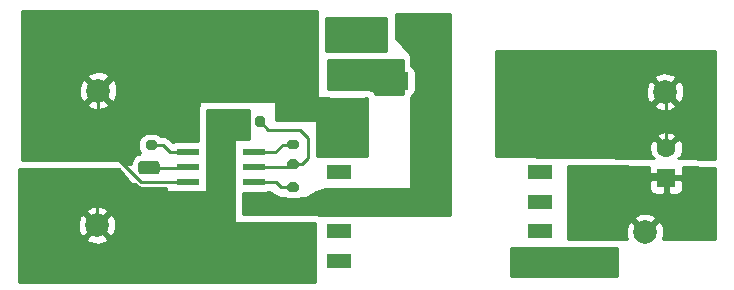
<source format=gbr>
%TF.GenerationSoftware,KiCad,Pcbnew,5.1.9+dfsg1-1*%
%TF.CreationDate,2021-02-27T20:44:50-08:00*%
%TF.ProjectId,hv-supply-test,68762d73-7570-4706-9c79-2d746573742e,rev?*%
%TF.SameCoordinates,Original*%
%TF.FileFunction,Copper,L1,Top*%
%TF.FilePolarity,Positive*%
%FSLAX46Y46*%
G04 Gerber Fmt 4.6, Leading zero omitted, Abs format (unit mm)*
G04 Created by KiCad (PCBNEW 5.1.9+dfsg1-1) date 2021-02-27 20:44:50*
%MOMM*%
%LPD*%
G01*
G04 APERTURE LIST*
%TA.AperFunction,ComponentPad*%
%ADD10C,2.000000*%
%TD*%
%TA.AperFunction,SMDPad,CuDef*%
%ADD11R,2.029999X1.270000*%
%TD*%
%TA.AperFunction,SMDPad,CuDef*%
%ADD12R,1.205000X1.550000*%
%TD*%
%TA.AperFunction,SMDPad,CuDef*%
%ADD13R,1.910000X0.610000*%
%TD*%
%TA.AperFunction,SMDPad,CuDef*%
%ADD14R,1.100000X1.100000*%
%TD*%
%TA.AperFunction,SMDPad,CuDef*%
%ADD15R,1.050000X1.500000*%
%TD*%
%TA.AperFunction,SMDPad,CuDef*%
%ADD16R,2.400000X1.500000*%
%TD*%
%TA.AperFunction,SMDPad,CuDef*%
%ADD17R,2.500000X1.800000*%
%TD*%
%TA.AperFunction,ComponentPad*%
%ADD18C,1.600000*%
%TD*%
%TA.AperFunction,ComponentPad*%
%ADD19R,1.600000X1.600000*%
%TD*%
%TA.AperFunction,ViaPad*%
%ADD20C,0.800000*%
%TD*%
%TA.AperFunction,Conductor*%
%ADD21C,0.250000*%
%TD*%
%TA.AperFunction,Conductor*%
%ADD22C,0.254000*%
%TD*%
%TA.AperFunction,Conductor*%
%ADD23C,0.100000*%
%TD*%
G04 APERTURE END LIST*
%TO.P,C2,2*%
%TO.N,GND*%
%TA.AperFunction,SMDPad,CuDef*%
G36*
G01*
X160749999Y-42300000D02*
X162050001Y-42300000D01*
G75*
G02*
X162300000Y-42549999I0J-249999D01*
G01*
X162300000Y-43200001D01*
G75*
G02*
X162050001Y-43450000I-249999J0D01*
G01*
X160749999Y-43450000D01*
G75*
G02*
X160500000Y-43200001I0J249999D01*
G01*
X160500000Y-42549999D01*
G75*
G02*
X160749999Y-42300000I249999J0D01*
G01*
G37*
%TD.AperFunction*%
%TO.P,C2,1*%
%TO.N,Net-(C2-Pad1)*%
%TA.AperFunction,SMDPad,CuDef*%
G36*
G01*
X160749999Y-39350000D02*
X162050001Y-39350000D01*
G75*
G02*
X162300000Y-39599999I0J-249999D01*
G01*
X162300000Y-40250001D01*
G75*
G02*
X162050001Y-40500000I-249999J0D01*
G01*
X160749999Y-40500000D01*
G75*
G02*
X160500000Y-40250001I0J249999D01*
G01*
X160500000Y-39599999D01*
G75*
G02*
X160749999Y-39350000I249999J0D01*
G01*
G37*
%TD.AperFunction*%
%TD*%
D10*
%TO.P,TP4,1*%
%TO.N,/VIN*%
X157100000Y-33400000D03*
%TD*%
%TO.P,TP3,1*%
%TO.N,GND*%
X157000000Y-44800000D03*
%TD*%
%TO.P,R3,2*%
%TO.N,Net-(C3-Pad1)*%
%TA.AperFunction,SMDPad,CuDef*%
G36*
G01*
X180900000Y-27574999D02*
X180900000Y-28825001D01*
G75*
G02*
X180650001Y-29075000I-249999J0D01*
G01*
X180024999Y-29075000D01*
G75*
G02*
X179775000Y-28825001I0J249999D01*
G01*
X179775000Y-27574999D01*
G75*
G02*
X180024999Y-27325000I249999J0D01*
G01*
X180650001Y-27325000D01*
G75*
G02*
X180900000Y-27574999I0J-249999D01*
G01*
G37*
%TD.AperFunction*%
%TO.P,R3,1*%
%TO.N,Net-(D2-Pad2)*%
%TA.AperFunction,SMDPad,CuDef*%
G36*
G01*
X183825000Y-27574999D02*
X183825000Y-28825001D01*
G75*
G02*
X183575001Y-29075000I-249999J0D01*
G01*
X182949999Y-29075000D01*
G75*
G02*
X182700000Y-28825001I0J249999D01*
G01*
X182700000Y-27574999D01*
G75*
G02*
X182949999Y-27325000I249999J0D01*
G01*
X183575001Y-27325000D01*
G75*
G02*
X183825000Y-27574999I0J-249999D01*
G01*
G37*
%TD.AperFunction*%
%TD*%
%TO.P,C3,2*%
%TO.N,/VIN*%
%TA.AperFunction,SMDPad,CuDef*%
G36*
G01*
X175100000Y-27749999D02*
X175100000Y-29050001D01*
G75*
G02*
X174850001Y-29300000I-249999J0D01*
G01*
X174199999Y-29300000D01*
G75*
G02*
X173950000Y-29050001I0J249999D01*
G01*
X173950000Y-27749999D01*
G75*
G02*
X174199999Y-27500000I249999J0D01*
G01*
X174850001Y-27500000D01*
G75*
G02*
X175100000Y-27749999I0J-249999D01*
G01*
G37*
%TD.AperFunction*%
%TO.P,C3,1*%
%TO.N,Net-(C3-Pad1)*%
%TA.AperFunction,SMDPad,CuDef*%
G36*
G01*
X178050000Y-27749999D02*
X178050000Y-29050001D01*
G75*
G02*
X177800001Y-29300000I-249999J0D01*
G01*
X177149999Y-29300000D01*
G75*
G02*
X176900000Y-29050001I0J249999D01*
G01*
X176900000Y-27749999D01*
G75*
G02*
X177149999Y-27500000I249999J0D01*
G01*
X177800001Y-27500000D01*
G75*
G02*
X178050000Y-27749999I0J-249999D01*
G01*
G37*
%TD.AperFunction*%
%TD*%
%TO.P,C5,2*%
%TO.N,/VOUT_N*%
%TA.AperFunction,SMDPad,CuDef*%
G36*
G01*
X200300001Y-38100000D02*
X198099999Y-38100000D01*
G75*
G02*
X197850000Y-37850001I0J249999D01*
G01*
X197850000Y-37199999D01*
G75*
G02*
X198099999Y-36950000I249999J0D01*
G01*
X200300001Y-36950000D01*
G75*
G02*
X200550000Y-37199999I0J-249999D01*
G01*
X200550000Y-37850001D01*
G75*
G02*
X200300001Y-38100000I-249999J0D01*
G01*
G37*
%TD.AperFunction*%
%TO.P,C5,1*%
%TO.N,/VOUT_P*%
%TA.AperFunction,SMDPad,CuDef*%
G36*
G01*
X200300001Y-41050000D02*
X198099999Y-41050000D01*
G75*
G02*
X197850000Y-40800001I0J249999D01*
G01*
X197850000Y-40149999D01*
G75*
G02*
X198099999Y-39900000I249999J0D01*
G01*
X200300001Y-39900000D01*
G75*
G02*
X200550000Y-40149999I0J-249999D01*
G01*
X200550000Y-40800001D01*
G75*
G02*
X200300001Y-41050000I-249999J0D01*
G01*
G37*
%TD.AperFunction*%
%TD*%
D11*
%TO.P,T1,5*%
%TO.N,/VIN*%
X177510000Y-37800000D03*
%TO.P,T1,6*%
%TO.N,/VOUT_N*%
X194490000Y-37800000D03*
%TO.P,T1,4*%
%TO.N,N/C*%
X177510000Y-40300000D03*
%TO.P,T1,7*%
X194490000Y-40300000D03*
%TO.P,T1,3*%
%TO.N,Net-(D2-Pad2)*%
X177510000Y-42800000D03*
%TO.P,T1,8*%
%TO.N,N/C*%
X194490000Y-42800000D03*
%TO.P,T1,2*%
X177510000Y-45300000D03*
%TO.P,T1,9*%
X194490000Y-45300000D03*
%TO.P,T1,1*%
X177510000Y-47800000D03*
%TO.P,T1,10*%
%TO.N,Net-(D3-Pad2)*%
X194490000Y-47800000D03*
%TD*%
%TO.P,R4,2*%
%TO.N,Net-(R2-Pad2)*%
%TA.AperFunction,SMDPad,CuDef*%
G36*
G01*
X170425000Y-36275000D02*
X170425000Y-35725000D01*
G75*
G02*
X170625000Y-35525000I200000J0D01*
G01*
X171025000Y-35525000D01*
G75*
G02*
X171225000Y-35725000I0J-200000D01*
G01*
X171225000Y-36275000D01*
G75*
G02*
X171025000Y-36475000I-200000J0D01*
G01*
X170625000Y-36475000D01*
G75*
G02*
X170425000Y-36275000I0J200000D01*
G01*
G37*
%TD.AperFunction*%
%TO.P,R4,1*%
%TO.N,GND*%
%TA.AperFunction,SMDPad,CuDef*%
G36*
G01*
X168775000Y-36275000D02*
X168775000Y-35725000D01*
G75*
G02*
X168975000Y-35525000I200000J0D01*
G01*
X169375000Y-35525000D01*
G75*
G02*
X169575000Y-35725000I0J-200000D01*
G01*
X169575000Y-36275000D01*
G75*
G02*
X169375000Y-36475000I-200000J0D01*
G01*
X168975000Y-36475000D01*
G75*
G02*
X168775000Y-36275000I0J200000D01*
G01*
G37*
%TD.AperFunction*%
%TD*%
D12*
%TO.P,U2,9*%
%TO.N,GND*%
X166897500Y-39725000D03*
X166897500Y-41275000D03*
X168102500Y-39725000D03*
X168102500Y-41275000D03*
D13*
%TO.P,U2,8*%
%TO.N,Net-(R2-Pad1)*%
X170280000Y-38595000D03*
%TO.P,U2,7*%
%TO.N,Net-(R2-Pad2)*%
X170280000Y-39865000D03*
%TO.P,U2,6*%
%TO.N,Net-(R5-Pad2)*%
X170280000Y-41135000D03*
%TO.P,U2,5*%
%TO.N,Net-(D2-Pad2)*%
X170280000Y-42405000D03*
%TO.P,U2,4*%
%TO.N,GND*%
X164720000Y-42405000D03*
%TO.P,U2,3*%
%TO.N,/VIN*%
X164720000Y-41135000D03*
%TO.P,U2,2*%
%TO.N,Net-(C2-Pad1)*%
X164720000Y-39865000D03*
%TO.P,U2,1*%
%TO.N,/HV_EN*%
X164720000Y-38595000D03*
%TD*%
D10*
%TO.P,TP2,1*%
%TO.N,/VOUT_N*%
X205100000Y-33500000D03*
%TD*%
%TO.P,TP1,1*%
%TO.N,/VOUT_P*%
X203400000Y-45400000D03*
%TD*%
%TO.P,R5,2*%
%TO.N,Net-(R5-Pad2)*%
%TA.AperFunction,SMDPad,CuDef*%
G36*
G01*
X173875000Y-41975000D02*
X173325000Y-41975000D01*
G75*
G02*
X173125000Y-41775000I0J200000D01*
G01*
X173125000Y-41375000D01*
G75*
G02*
X173325000Y-41175000I200000J0D01*
G01*
X173875000Y-41175000D01*
G75*
G02*
X174075000Y-41375000I0J-200000D01*
G01*
X174075000Y-41775000D01*
G75*
G02*
X173875000Y-41975000I-200000J0D01*
G01*
G37*
%TD.AperFunction*%
%TO.P,R5,1*%
%TO.N,Net-(D2-Pad2)*%
%TA.AperFunction,SMDPad,CuDef*%
G36*
G01*
X173875000Y-43625000D02*
X173325000Y-43625000D01*
G75*
G02*
X173125000Y-43425000I0J200000D01*
G01*
X173125000Y-43025000D01*
G75*
G02*
X173325000Y-42825000I200000J0D01*
G01*
X173875000Y-42825000D01*
G75*
G02*
X174075000Y-43025000I0J-200000D01*
G01*
X174075000Y-43425000D01*
G75*
G02*
X173875000Y-43625000I-200000J0D01*
G01*
G37*
%TD.AperFunction*%
%TD*%
%TO.P,R2,2*%
%TO.N,Net-(R2-Pad2)*%
%TA.AperFunction,SMDPad,CuDef*%
G36*
G01*
X173325000Y-39225000D02*
X173875000Y-39225000D01*
G75*
G02*
X174075000Y-39425000I0J-200000D01*
G01*
X174075000Y-39825000D01*
G75*
G02*
X173875000Y-40025000I-200000J0D01*
G01*
X173325000Y-40025000D01*
G75*
G02*
X173125000Y-39825000I0J200000D01*
G01*
X173125000Y-39425000D01*
G75*
G02*
X173325000Y-39225000I200000J0D01*
G01*
G37*
%TD.AperFunction*%
%TO.P,R2,1*%
%TO.N,Net-(R2-Pad1)*%
%TA.AperFunction,SMDPad,CuDef*%
G36*
G01*
X173325000Y-37575000D02*
X173875000Y-37575000D01*
G75*
G02*
X174075000Y-37775000I0J-200000D01*
G01*
X174075000Y-38175000D01*
G75*
G02*
X173875000Y-38375000I-200000J0D01*
G01*
X173325000Y-38375000D01*
G75*
G02*
X173125000Y-38175000I0J200000D01*
G01*
X173125000Y-37775000D01*
G75*
G02*
X173325000Y-37575000I200000J0D01*
G01*
G37*
%TD.AperFunction*%
%TD*%
%TO.P,R1,2*%
%TO.N,/VIN*%
%TA.AperFunction,SMDPad,CuDef*%
G36*
G01*
X161875000Y-36775000D02*
X161325000Y-36775000D01*
G75*
G02*
X161125000Y-36575000I0J200000D01*
G01*
X161125000Y-36175000D01*
G75*
G02*
X161325000Y-35975000I200000J0D01*
G01*
X161875000Y-35975000D01*
G75*
G02*
X162075000Y-36175000I0J-200000D01*
G01*
X162075000Y-36575000D01*
G75*
G02*
X161875000Y-36775000I-200000J0D01*
G01*
G37*
%TD.AperFunction*%
%TO.P,R1,1*%
%TO.N,/HV_EN*%
%TA.AperFunction,SMDPad,CuDef*%
G36*
G01*
X161875000Y-38425000D02*
X161325000Y-38425000D01*
G75*
G02*
X161125000Y-38225000I0J200000D01*
G01*
X161125000Y-37825000D01*
G75*
G02*
X161325000Y-37625000I200000J0D01*
G01*
X161875000Y-37625000D01*
G75*
G02*
X162075000Y-37825000I0J-200000D01*
G01*
X162075000Y-38225000D01*
G75*
G02*
X161875000Y-38425000I-200000J0D01*
G01*
G37*
%TD.AperFunction*%
%TD*%
D14*
%TO.P,D3,2*%
%TO.N,Net-(D3-Pad2)*%
X199000000Y-47400000D03*
%TO.P,D3,1*%
%TO.N,/VOUT_P*%
X199000000Y-44600000D03*
%TD*%
D15*
%TO.P,D2,2*%
%TO.N,Net-(D2-Pad2)*%
X184525000Y-32600000D03*
D16*
%TO.P,D2,1*%
%TO.N,Net-(D1-Pad1)*%
X182150000Y-32600000D03*
%TD*%
D17*
%TO.P,D1,2*%
%TO.N,/VIN*%
X174200000Y-32600000D03*
%TO.P,D1,1*%
%TO.N,Net-(D1-Pad1)*%
X178200000Y-32600000D03*
%TD*%
D18*
%TO.P,C4,2*%
%TO.N,/VOUT_N*%
X205200000Y-38300000D03*
D19*
%TO.P,C4,1*%
%TO.N,/VOUT_P*%
X205200000Y-40800000D03*
%TD*%
%TO.P,C1,2*%
%TO.N,GND*%
%TA.AperFunction,SMDPad,CuDef*%
G36*
G01*
X155899999Y-40700000D02*
X158100001Y-40700000D01*
G75*
G02*
X158350000Y-40949999I0J-249999D01*
G01*
X158350000Y-41600001D01*
G75*
G02*
X158100001Y-41850000I-249999J0D01*
G01*
X155899999Y-41850000D01*
G75*
G02*
X155650000Y-41600001I0J249999D01*
G01*
X155650000Y-40949999D01*
G75*
G02*
X155899999Y-40700000I249999J0D01*
G01*
G37*
%TD.AperFunction*%
%TO.P,C1,1*%
%TO.N,/VIN*%
%TA.AperFunction,SMDPad,CuDef*%
G36*
G01*
X155899999Y-37750000D02*
X158100001Y-37750000D01*
G75*
G02*
X158350000Y-37999999I0J-249999D01*
G01*
X158350000Y-38650001D01*
G75*
G02*
X158100001Y-38900000I-249999J0D01*
G01*
X155899999Y-38900000D01*
G75*
G02*
X155650000Y-38650001I0J249999D01*
G01*
X155650000Y-37999999D01*
G75*
G02*
X155899999Y-37750000I249999J0D01*
G01*
G37*
%TD.AperFunction*%
%TD*%
D20*
%TO.N,GND*%
X168300000Y-41600000D03*
X167500000Y-41600000D03*
X166700000Y-41600000D03*
X168300000Y-40600000D03*
X167500000Y-40600000D03*
X166700000Y-40600000D03*
X168300000Y-39400000D03*
X167500000Y-39400000D03*
X166700000Y-39400000D03*
X160000000Y-44400000D03*
X160900000Y-44400000D03*
X161800000Y-44400000D03*
X162700000Y-44400000D03*
X163600000Y-44400000D03*
X160500000Y-45100000D03*
X161400000Y-45100000D03*
X162300000Y-45100000D03*
X163200000Y-45100000D03*
%TD*%
D21*
%TO.N,GND*%
X163600000Y-44700000D02*
X163200000Y-45100000D01*
X163600000Y-44400000D02*
X163600000Y-44700000D01*
X162700000Y-44600000D02*
X163200000Y-45100000D01*
X162700000Y-44400000D02*
X162700000Y-44600000D01*
X162700000Y-44700000D02*
X162300000Y-45100000D01*
X162700000Y-44400000D02*
X162700000Y-44700000D01*
X161800000Y-44600000D02*
X162300000Y-45100000D01*
X161800000Y-44400000D02*
X161800000Y-44600000D01*
X160900000Y-44600000D02*
X161400000Y-45100000D01*
X160900000Y-44400000D02*
X160900000Y-44600000D01*
X160000000Y-44600000D02*
X160500000Y-45100000D01*
X160000000Y-44400000D02*
X160000000Y-44600000D01*
X160500000Y-44800000D02*
X160900000Y-44400000D01*
X160500000Y-45100000D02*
X160500000Y-44800000D01*
X157000000Y-44800000D02*
X157000000Y-41275000D01*
X157000000Y-41275000D02*
X158325000Y-42600000D01*
X161125000Y-42600000D02*
X161400000Y-42875000D01*
X158325000Y-42600000D02*
X161125000Y-42600000D01*
X164250000Y-42875000D02*
X164720000Y-42405000D01*
X161400000Y-42875000D02*
X164250000Y-42875000D01*
X165767500Y-42405000D02*
X166897500Y-41275000D01*
X164720000Y-42405000D02*
X165767500Y-42405000D01*
X161400000Y-44000000D02*
X161800000Y-44400000D01*
X161400000Y-42875000D02*
X161400000Y-44000000D01*
X169175000Y-36000000D02*
X168500000Y-36000000D01*
X167500000Y-37000000D02*
X167500000Y-39400000D01*
X168500000Y-36000000D02*
X167500000Y-37000000D01*
%TO.N,/VIN*%
X164720000Y-41135000D02*
X160735000Y-41135000D01*
X157925000Y-38325000D02*
X157000000Y-38325000D01*
X160735000Y-41135000D02*
X157925000Y-38325000D01*
X157000000Y-38325000D02*
X159125000Y-36200000D01*
X161425000Y-36200000D02*
X161600000Y-36375000D01*
X159125000Y-36200000D02*
X161425000Y-36200000D01*
X157100000Y-38225000D02*
X157000000Y-38325000D01*
X157100000Y-33400000D02*
X157100000Y-38225000D01*
X177510000Y-35910000D02*
X174200000Y-32600000D01*
X177510000Y-37800000D02*
X177510000Y-35910000D01*
X162725000Y-32600000D02*
X157000000Y-38325000D01*
X174200000Y-32600000D02*
X162725000Y-32600000D01*
%TO.N,Net-(C2-Pad1)*%
X164660000Y-39925000D02*
X164720000Y-39865000D01*
X161400000Y-39925000D02*
X164660000Y-39925000D01*
%TO.N,Net-(C3-Pad1)*%
X180137500Y-28400000D02*
X180337500Y-28200000D01*
X177475000Y-28400000D02*
X180137500Y-28400000D01*
%TO.N,/VOUT_N*%
X198925000Y-37800000D02*
X199200000Y-37525000D01*
X194490000Y-37800000D02*
X198925000Y-37800000D01*
X204425000Y-37525000D02*
X205200000Y-38300000D01*
X199200000Y-37525000D02*
X204425000Y-37525000D01*
X205200000Y-33600000D02*
X205100000Y-33500000D01*
X205200000Y-38300000D02*
X205200000Y-33600000D01*
%TO.N,/VOUT_P*%
X199000000Y-40675000D02*
X199200000Y-40475000D01*
X199000000Y-44600000D02*
X199000000Y-40675000D01*
X204875000Y-40475000D02*
X205200000Y-40800000D01*
X199200000Y-40475000D02*
X204875000Y-40475000D01*
X205200000Y-43600000D02*
X203400000Y-45400000D01*
X205200000Y-40800000D02*
X205200000Y-43600000D01*
%TO.N,Net-(D1-Pad1)*%
X178200000Y-32600000D02*
X182150000Y-32600000D01*
%TO.N,Net-(D2-Pad2)*%
X170280000Y-42405000D02*
X171305000Y-42405000D01*
X172125000Y-43225000D02*
X173600000Y-43225000D01*
X171305000Y-42405000D02*
X172125000Y-43225000D01*
X177085000Y-43225000D02*
X177510000Y-42800000D01*
X173600000Y-43225000D02*
X177085000Y-43225000D01*
X177510000Y-42800000D02*
X183600000Y-42800000D01*
X183600000Y-42800000D02*
X185100000Y-41300000D01*
X185100000Y-33175000D02*
X184525000Y-32600000D01*
X185100000Y-41300000D02*
X185100000Y-33175000D01*
X184525000Y-29462500D02*
X183262500Y-28200000D01*
X184525000Y-32600000D02*
X184525000Y-29462500D01*
%TO.N,Net-(D3-Pad2)*%
X198600000Y-47800000D02*
X199000000Y-47400000D01*
X194490000Y-47800000D02*
X198600000Y-47800000D01*
%TO.N,/HV_EN*%
X164720000Y-38595000D02*
X163195000Y-38595000D01*
X162625000Y-38025000D02*
X161600000Y-38025000D01*
X163195000Y-38595000D02*
X162625000Y-38025000D01*
%TO.N,Net-(R2-Pad2)*%
X173360000Y-39865000D02*
X173600000Y-39625000D01*
X170280000Y-39865000D02*
X173360000Y-39865000D01*
X171525000Y-36700000D02*
X170825000Y-36000000D01*
X174200000Y-36700000D02*
X171525000Y-36700000D01*
X174900000Y-39100000D02*
X174900000Y-37400000D01*
X174900000Y-37400000D02*
X174200000Y-36700000D01*
X174375000Y-39625000D02*
X174900000Y-39100000D01*
X173600000Y-39625000D02*
X174375000Y-39625000D01*
%TO.N,Net-(R2-Pad1)*%
X170280000Y-38595000D02*
X172105000Y-38595000D01*
X172725000Y-37975000D02*
X173600000Y-37975000D01*
X172105000Y-38595000D02*
X172725000Y-37975000D01*
%TO.N,Net-(R5-Pad2)*%
X170280000Y-41135000D02*
X172135000Y-41135000D01*
X172575000Y-41575000D02*
X173600000Y-41575000D01*
X172135000Y-41135000D02*
X172575000Y-41575000D01*
%TD*%
D22*
%TO.N,Net-(D2-Pad2)*%
X186873000Y-43973000D02*
X175937737Y-43973000D01*
X175839943Y-43920728D01*
X175722322Y-43885048D01*
X175600000Y-43873000D01*
X169327000Y-43873000D01*
X169327000Y-42131560D01*
X169333060Y-42070033D01*
X171235000Y-42070033D01*
X171357913Y-42057927D01*
X171459867Y-42027000D01*
X171570020Y-42027000D01*
X172543204Y-42513592D01*
X172566456Y-42522490D01*
X172600000Y-42527000D01*
X172979576Y-42527000D01*
X173007360Y-42541851D01*
X173163069Y-42589084D01*
X173325000Y-42605033D01*
X173875000Y-42605033D01*
X174036931Y-42589084D01*
X174192640Y-42541851D01*
X174220424Y-42527000D01*
X174600000Y-42527000D01*
X174624776Y-42524560D01*
X174648601Y-42517333D01*
X174661677Y-42511018D01*
X175553427Y-42015601D01*
X176323030Y-41727000D01*
X183500000Y-41727000D01*
X183524776Y-41724560D01*
X183548601Y-41717333D01*
X183570557Y-41705597D01*
X183589803Y-41689803D01*
X183605597Y-41670557D01*
X183617333Y-41648601D01*
X183624560Y-41624776D01*
X183627000Y-41600000D01*
X183627000Y-33912888D01*
X183700028Y-33873853D01*
X183795501Y-33795501D01*
X183873853Y-33700028D01*
X183932075Y-33591103D01*
X183967927Y-33472913D01*
X183980033Y-33350000D01*
X183980033Y-31850000D01*
X183967927Y-31727087D01*
X183932075Y-31608897D01*
X183873853Y-31499972D01*
X183795501Y-31404499D01*
X183700028Y-31326147D01*
X183627000Y-31287112D01*
X183627000Y-30500000D01*
X183624560Y-30475224D01*
X183617333Y-30451399D01*
X183605597Y-30429443D01*
X183595973Y-30416824D01*
X182327000Y-28952624D01*
X182327000Y-26927000D01*
X186873000Y-26927000D01*
X186873000Y-43973000D01*
%TA.AperFunction,Conductor*%
D23*
G36*
X186873000Y-43973000D02*
G01*
X175937737Y-43973000D01*
X175839943Y-43920728D01*
X175722322Y-43885048D01*
X175600000Y-43873000D01*
X169327000Y-43873000D01*
X169327000Y-42131560D01*
X169333060Y-42070033D01*
X171235000Y-42070033D01*
X171357913Y-42057927D01*
X171459867Y-42027000D01*
X171570020Y-42027000D01*
X172543204Y-42513592D01*
X172566456Y-42522490D01*
X172600000Y-42527000D01*
X172979576Y-42527000D01*
X173007360Y-42541851D01*
X173163069Y-42589084D01*
X173325000Y-42605033D01*
X173875000Y-42605033D01*
X174036931Y-42589084D01*
X174192640Y-42541851D01*
X174220424Y-42527000D01*
X174600000Y-42527000D01*
X174624776Y-42524560D01*
X174648601Y-42517333D01*
X174661677Y-42511018D01*
X175553427Y-42015601D01*
X176323030Y-41727000D01*
X183500000Y-41727000D01*
X183524776Y-41724560D01*
X183548601Y-41717333D01*
X183570557Y-41705597D01*
X183589803Y-41689803D01*
X183605597Y-41670557D01*
X183617333Y-41648601D01*
X183624560Y-41624776D01*
X183627000Y-41600000D01*
X183627000Y-33912888D01*
X183700028Y-33873853D01*
X183795501Y-33795501D01*
X183873853Y-33700028D01*
X183932075Y-33591103D01*
X183967927Y-33472913D01*
X183980033Y-33350000D01*
X183980033Y-31850000D01*
X183967927Y-31727087D01*
X183932075Y-31608897D01*
X183873853Y-31499972D01*
X183795501Y-31404499D01*
X183700028Y-31326147D01*
X183627000Y-31287112D01*
X183627000Y-30500000D01*
X183624560Y-30475224D01*
X183617333Y-30451399D01*
X183605597Y-30429443D01*
X183595973Y-30416824D01*
X182327000Y-28952624D01*
X182327000Y-26927000D01*
X186873000Y-26927000D01*
X186873000Y-43973000D01*
G37*
%TD.AperFunction*%
%TD*%
D22*
%TO.N,GND*%
X169873000Y-37473000D02*
X168700000Y-37473000D01*
X168675224Y-37475440D01*
X168651399Y-37482667D01*
X168629443Y-37494403D01*
X168610197Y-37510197D01*
X168594403Y-37529443D01*
X168582667Y-37551399D01*
X168575440Y-37575224D01*
X168573000Y-37600000D01*
X168573000Y-44500000D01*
X168575440Y-44524776D01*
X168582667Y-44548601D01*
X168594403Y-44570557D01*
X168610197Y-44589803D01*
X168629443Y-44605597D01*
X168651399Y-44617333D01*
X168675224Y-44624560D01*
X168700000Y-44627000D01*
X175473000Y-44627000D01*
X175473000Y-49573000D01*
X150402000Y-49573000D01*
X150402000Y-45935413D01*
X156044192Y-45935413D01*
X156139956Y-46199814D01*
X156429571Y-46340704D01*
X156741108Y-46422384D01*
X157062595Y-46441718D01*
X157381675Y-46397961D01*
X157686088Y-46292795D01*
X157860044Y-46199814D01*
X157955808Y-45935413D01*
X157000000Y-44979605D01*
X156044192Y-45935413D01*
X150402000Y-45935413D01*
X150402000Y-44862595D01*
X155358282Y-44862595D01*
X155402039Y-45181675D01*
X155507205Y-45486088D01*
X155600186Y-45660044D01*
X155864587Y-45755808D01*
X156820395Y-44800000D01*
X157179605Y-44800000D01*
X158135413Y-45755808D01*
X158399814Y-45660044D01*
X158540704Y-45370429D01*
X158622384Y-45058892D01*
X158641718Y-44737405D01*
X158597961Y-44418325D01*
X158492795Y-44113912D01*
X158399814Y-43939956D01*
X158135413Y-43844192D01*
X157179605Y-44800000D01*
X156820395Y-44800000D01*
X155864587Y-43844192D01*
X155600186Y-43939956D01*
X155459296Y-44229571D01*
X155377616Y-44541108D01*
X155358282Y-44862595D01*
X150402000Y-44862595D01*
X150402000Y-43664587D01*
X156044192Y-43664587D01*
X157000000Y-44620395D01*
X157955808Y-43664587D01*
X157860044Y-43400186D01*
X157570429Y-43259296D01*
X157258892Y-43177616D01*
X156937405Y-43158282D01*
X156618325Y-43202039D01*
X156313912Y-43307205D01*
X156139956Y-43400186D01*
X156044192Y-43664587D01*
X150402000Y-43664587D01*
X150402000Y-40027000D01*
X158841097Y-40027000D01*
X159903050Y-41282035D01*
X159920917Y-41299372D01*
X159941823Y-41312891D01*
X159964965Y-41322072D01*
X160000000Y-41327000D01*
X160217065Y-41327000D01*
X160362603Y-41472538D01*
X160378316Y-41491684D01*
X160454755Y-41554417D01*
X160541964Y-41601031D01*
X160636591Y-41629736D01*
X160710347Y-41637000D01*
X160710356Y-41637000D01*
X160734999Y-41639427D01*
X160759642Y-41637000D01*
X162873000Y-41637000D01*
X162873000Y-41900000D01*
X162875440Y-41924776D01*
X162882667Y-41948601D01*
X162894403Y-41970557D01*
X162910197Y-41989803D01*
X162929443Y-42005597D01*
X162951399Y-42017333D01*
X162975224Y-42024560D01*
X163000000Y-42027000D01*
X166200000Y-42027000D01*
X166224776Y-42024560D01*
X166248601Y-42017333D01*
X166270557Y-42005597D01*
X166289803Y-41989803D01*
X166305597Y-41970557D01*
X166317333Y-41948601D01*
X166324560Y-41924776D01*
X166327000Y-41900000D01*
X166327000Y-35027000D01*
X169873000Y-35027000D01*
X169873000Y-37473000D01*
%TA.AperFunction,Conductor*%
D23*
G36*
X169873000Y-37473000D02*
G01*
X168700000Y-37473000D01*
X168675224Y-37475440D01*
X168651399Y-37482667D01*
X168629443Y-37494403D01*
X168610197Y-37510197D01*
X168594403Y-37529443D01*
X168582667Y-37551399D01*
X168575440Y-37575224D01*
X168573000Y-37600000D01*
X168573000Y-44500000D01*
X168575440Y-44524776D01*
X168582667Y-44548601D01*
X168594403Y-44570557D01*
X168610197Y-44589803D01*
X168629443Y-44605597D01*
X168651399Y-44617333D01*
X168675224Y-44624560D01*
X168700000Y-44627000D01*
X175473000Y-44627000D01*
X175473000Y-49573000D01*
X150402000Y-49573000D01*
X150402000Y-45935413D01*
X156044192Y-45935413D01*
X156139956Y-46199814D01*
X156429571Y-46340704D01*
X156741108Y-46422384D01*
X157062595Y-46441718D01*
X157381675Y-46397961D01*
X157686088Y-46292795D01*
X157860044Y-46199814D01*
X157955808Y-45935413D01*
X157000000Y-44979605D01*
X156044192Y-45935413D01*
X150402000Y-45935413D01*
X150402000Y-44862595D01*
X155358282Y-44862595D01*
X155402039Y-45181675D01*
X155507205Y-45486088D01*
X155600186Y-45660044D01*
X155864587Y-45755808D01*
X156820395Y-44800000D01*
X157179605Y-44800000D01*
X158135413Y-45755808D01*
X158399814Y-45660044D01*
X158540704Y-45370429D01*
X158622384Y-45058892D01*
X158641718Y-44737405D01*
X158597961Y-44418325D01*
X158492795Y-44113912D01*
X158399814Y-43939956D01*
X158135413Y-43844192D01*
X157179605Y-44800000D01*
X156820395Y-44800000D01*
X155864587Y-43844192D01*
X155600186Y-43939956D01*
X155459296Y-44229571D01*
X155377616Y-44541108D01*
X155358282Y-44862595D01*
X150402000Y-44862595D01*
X150402000Y-43664587D01*
X156044192Y-43664587D01*
X157000000Y-44620395D01*
X157955808Y-43664587D01*
X157860044Y-43400186D01*
X157570429Y-43259296D01*
X157258892Y-43177616D01*
X156937405Y-43158282D01*
X156618325Y-43202039D01*
X156313912Y-43307205D01*
X156139956Y-43400186D01*
X156044192Y-43664587D01*
X150402000Y-43664587D01*
X150402000Y-40027000D01*
X158841097Y-40027000D01*
X159903050Y-41282035D01*
X159920917Y-41299372D01*
X159941823Y-41312891D01*
X159964965Y-41322072D01*
X160000000Y-41327000D01*
X160217065Y-41327000D01*
X160362603Y-41472538D01*
X160378316Y-41491684D01*
X160454755Y-41554417D01*
X160541964Y-41601031D01*
X160636591Y-41629736D01*
X160710347Y-41637000D01*
X160710356Y-41637000D01*
X160734999Y-41639427D01*
X160759642Y-41637000D01*
X162873000Y-41637000D01*
X162873000Y-41900000D01*
X162875440Y-41924776D01*
X162882667Y-41948601D01*
X162894403Y-41970557D01*
X162910197Y-41989803D01*
X162929443Y-42005597D01*
X162951399Y-42017333D01*
X162975224Y-42024560D01*
X163000000Y-42027000D01*
X166200000Y-42027000D01*
X166224776Y-42024560D01*
X166248601Y-42017333D01*
X166270557Y-42005597D01*
X166289803Y-41989803D01*
X166305597Y-41970557D01*
X166317333Y-41948601D01*
X166324560Y-41924776D01*
X166327000Y-41900000D01*
X166327000Y-35027000D01*
X169873000Y-35027000D01*
X169873000Y-37473000D01*
G37*
%TD.AperFunction*%
%TD*%
D22*
%TO.N,/VIN*%
X175673000Y-33900000D02*
X175675440Y-33924776D01*
X175682667Y-33948601D01*
X175694403Y-33970557D01*
X175710197Y-33989803D01*
X175729443Y-34005597D01*
X175751399Y-34017333D01*
X175775224Y-34024560D01*
X175800000Y-34027000D01*
X176605860Y-34027000D01*
X176708897Y-34082075D01*
X176827087Y-34117927D01*
X176950000Y-34130033D01*
X179450000Y-34130033D01*
X179572913Y-34117927D01*
X179691103Y-34082075D01*
X179794140Y-34027000D01*
X179873000Y-34027000D01*
X179873000Y-38973000D01*
X175652000Y-38973000D01*
X175652000Y-37436927D01*
X175655637Y-37399999D01*
X175652000Y-37363071D01*
X175652000Y-37363062D01*
X175641119Y-37252582D01*
X175627000Y-37206039D01*
X175627000Y-36000000D01*
X175624560Y-35975224D01*
X175617333Y-35951399D01*
X175605597Y-35929443D01*
X175589803Y-35910197D01*
X175570557Y-35894403D01*
X175548601Y-35882667D01*
X175524776Y-35875440D01*
X175500000Y-35873000D01*
X172127000Y-35873000D01*
X172127000Y-34400000D01*
X172124560Y-34375224D01*
X172117333Y-34351399D01*
X172105597Y-34329443D01*
X172089803Y-34310197D01*
X172070557Y-34294403D01*
X172048601Y-34282667D01*
X172024776Y-34275440D01*
X172000000Y-34273000D01*
X165800000Y-34273000D01*
X165775224Y-34275440D01*
X165751399Y-34282667D01*
X165729443Y-34294403D01*
X165710197Y-34310197D01*
X165694403Y-34329443D01*
X165682667Y-34351399D01*
X165675440Y-34375224D01*
X165673000Y-34400000D01*
X165673000Y-34562263D01*
X165620728Y-34660057D01*
X165585048Y-34777678D01*
X165573000Y-34900000D01*
X165573000Y-37659967D01*
X163765000Y-37659967D01*
X163642087Y-37672073D01*
X163523897Y-37707925D01*
X163424527Y-37761039D01*
X163182867Y-37519379D01*
X163159317Y-37490683D01*
X163044810Y-37396710D01*
X162914170Y-37326882D01*
X162772418Y-37283881D01*
X162661938Y-37273000D01*
X162661935Y-37273000D01*
X162625000Y-37269362D01*
X162588065Y-37273000D01*
X162490582Y-37273000D01*
X162461922Y-37238078D01*
X162336142Y-37134853D01*
X162192640Y-37058149D01*
X162036931Y-37010916D01*
X161875000Y-36994967D01*
X161325000Y-36994967D01*
X161163069Y-37010916D01*
X161007360Y-37058149D01*
X160863858Y-37134853D01*
X160738078Y-37238078D01*
X160634853Y-37363858D01*
X160558149Y-37507360D01*
X160510916Y-37663069D01*
X160494967Y-37825000D01*
X160494967Y-38225000D01*
X160510916Y-38386931D01*
X160558149Y-38542640D01*
X160634853Y-38686142D01*
X160669148Y-38727930D01*
X160578313Y-38736877D01*
X160413225Y-38786955D01*
X160261079Y-38868279D01*
X160127722Y-38977722D01*
X160018279Y-39111079D01*
X159936955Y-39263225D01*
X159886877Y-39428313D01*
X159869967Y-39599999D01*
X159869967Y-39610769D01*
X159478715Y-39613261D01*
X159378643Y-39494994D01*
X159248343Y-39378669D01*
X159139943Y-39320728D01*
X159022322Y-39285048D01*
X158900000Y-39273000D01*
X150652000Y-39273000D01*
X150652000Y-34535413D01*
X156144192Y-34535413D01*
X156239956Y-34799814D01*
X156529571Y-34940704D01*
X156841108Y-35022384D01*
X157162595Y-35041718D01*
X157481675Y-34997961D01*
X157786088Y-34892795D01*
X157960044Y-34799814D01*
X158055808Y-34535413D01*
X157100000Y-33579605D01*
X156144192Y-34535413D01*
X150652000Y-34535413D01*
X150652000Y-33462595D01*
X155458282Y-33462595D01*
X155502039Y-33781675D01*
X155607205Y-34086088D01*
X155700186Y-34260044D01*
X155964587Y-34355808D01*
X156920395Y-33400000D01*
X157279605Y-33400000D01*
X158235413Y-34355808D01*
X158499814Y-34260044D01*
X158640704Y-33970429D01*
X158722384Y-33658892D01*
X158741718Y-33337405D01*
X158697961Y-33018325D01*
X158592795Y-32713912D01*
X158499814Y-32539956D01*
X158235413Y-32444192D01*
X157279605Y-33400000D01*
X156920395Y-33400000D01*
X155964587Y-32444192D01*
X155700186Y-32539956D01*
X155559296Y-32829571D01*
X155477616Y-33141108D01*
X155458282Y-33462595D01*
X150652000Y-33462595D01*
X150652000Y-32264587D01*
X156144192Y-32264587D01*
X157100000Y-33220395D01*
X158055808Y-32264587D01*
X157960044Y-32000186D01*
X157670429Y-31859296D01*
X157358892Y-31777616D01*
X157037405Y-31758282D01*
X156718325Y-31802039D01*
X156413912Y-31907205D01*
X156239956Y-32000186D01*
X156144192Y-32264587D01*
X150652000Y-32264587D01*
X150652000Y-26652000D01*
X175673000Y-26652000D01*
X175673000Y-33900000D01*
%TA.AperFunction,Conductor*%
D23*
G36*
X175673000Y-33900000D02*
G01*
X175675440Y-33924776D01*
X175682667Y-33948601D01*
X175694403Y-33970557D01*
X175710197Y-33989803D01*
X175729443Y-34005597D01*
X175751399Y-34017333D01*
X175775224Y-34024560D01*
X175800000Y-34027000D01*
X176605860Y-34027000D01*
X176708897Y-34082075D01*
X176827087Y-34117927D01*
X176950000Y-34130033D01*
X179450000Y-34130033D01*
X179572913Y-34117927D01*
X179691103Y-34082075D01*
X179794140Y-34027000D01*
X179873000Y-34027000D01*
X179873000Y-38973000D01*
X175652000Y-38973000D01*
X175652000Y-37436927D01*
X175655637Y-37399999D01*
X175652000Y-37363071D01*
X175652000Y-37363062D01*
X175641119Y-37252582D01*
X175627000Y-37206039D01*
X175627000Y-36000000D01*
X175624560Y-35975224D01*
X175617333Y-35951399D01*
X175605597Y-35929443D01*
X175589803Y-35910197D01*
X175570557Y-35894403D01*
X175548601Y-35882667D01*
X175524776Y-35875440D01*
X175500000Y-35873000D01*
X172127000Y-35873000D01*
X172127000Y-34400000D01*
X172124560Y-34375224D01*
X172117333Y-34351399D01*
X172105597Y-34329443D01*
X172089803Y-34310197D01*
X172070557Y-34294403D01*
X172048601Y-34282667D01*
X172024776Y-34275440D01*
X172000000Y-34273000D01*
X165800000Y-34273000D01*
X165775224Y-34275440D01*
X165751399Y-34282667D01*
X165729443Y-34294403D01*
X165710197Y-34310197D01*
X165694403Y-34329443D01*
X165682667Y-34351399D01*
X165675440Y-34375224D01*
X165673000Y-34400000D01*
X165673000Y-34562263D01*
X165620728Y-34660057D01*
X165585048Y-34777678D01*
X165573000Y-34900000D01*
X165573000Y-37659967D01*
X163765000Y-37659967D01*
X163642087Y-37672073D01*
X163523897Y-37707925D01*
X163424527Y-37761039D01*
X163182867Y-37519379D01*
X163159317Y-37490683D01*
X163044810Y-37396710D01*
X162914170Y-37326882D01*
X162772418Y-37283881D01*
X162661938Y-37273000D01*
X162661935Y-37273000D01*
X162625000Y-37269362D01*
X162588065Y-37273000D01*
X162490582Y-37273000D01*
X162461922Y-37238078D01*
X162336142Y-37134853D01*
X162192640Y-37058149D01*
X162036931Y-37010916D01*
X161875000Y-36994967D01*
X161325000Y-36994967D01*
X161163069Y-37010916D01*
X161007360Y-37058149D01*
X160863858Y-37134853D01*
X160738078Y-37238078D01*
X160634853Y-37363858D01*
X160558149Y-37507360D01*
X160510916Y-37663069D01*
X160494967Y-37825000D01*
X160494967Y-38225000D01*
X160510916Y-38386931D01*
X160558149Y-38542640D01*
X160634853Y-38686142D01*
X160669148Y-38727930D01*
X160578313Y-38736877D01*
X160413225Y-38786955D01*
X160261079Y-38868279D01*
X160127722Y-38977722D01*
X160018279Y-39111079D01*
X159936955Y-39263225D01*
X159886877Y-39428313D01*
X159869967Y-39599999D01*
X159869967Y-39610769D01*
X159478715Y-39613261D01*
X159378643Y-39494994D01*
X159248343Y-39378669D01*
X159139943Y-39320728D01*
X159022322Y-39285048D01*
X158900000Y-39273000D01*
X150652000Y-39273000D01*
X150652000Y-34535413D01*
X156144192Y-34535413D01*
X156239956Y-34799814D01*
X156529571Y-34940704D01*
X156841108Y-35022384D01*
X157162595Y-35041718D01*
X157481675Y-34997961D01*
X157786088Y-34892795D01*
X157960044Y-34799814D01*
X158055808Y-34535413D01*
X157100000Y-33579605D01*
X156144192Y-34535413D01*
X150652000Y-34535413D01*
X150652000Y-33462595D01*
X155458282Y-33462595D01*
X155502039Y-33781675D01*
X155607205Y-34086088D01*
X155700186Y-34260044D01*
X155964587Y-34355808D01*
X156920395Y-33400000D01*
X157279605Y-33400000D01*
X158235413Y-34355808D01*
X158499814Y-34260044D01*
X158640704Y-33970429D01*
X158722384Y-33658892D01*
X158741718Y-33337405D01*
X158697961Y-33018325D01*
X158592795Y-32713912D01*
X158499814Y-32539956D01*
X158235413Y-32444192D01*
X157279605Y-33400000D01*
X156920395Y-33400000D01*
X155964587Y-32444192D01*
X155700186Y-32539956D01*
X155559296Y-32829571D01*
X155477616Y-33141108D01*
X155458282Y-33462595D01*
X150652000Y-33462595D01*
X150652000Y-32264587D01*
X156144192Y-32264587D01*
X157100000Y-33220395D01*
X158055808Y-32264587D01*
X157960044Y-32000186D01*
X157670429Y-31859296D01*
X157358892Y-31777616D01*
X157037405Y-31758282D01*
X156718325Y-31802039D01*
X156413912Y-31907205D01*
X156239956Y-32000186D01*
X156144192Y-32264587D01*
X150652000Y-32264587D01*
X150652000Y-26652000D01*
X175673000Y-26652000D01*
X175673000Y-33900000D01*
G37*
%TD.AperFunction*%
%TD*%
D22*
%TO.N,Net-(D1-Pad1)*%
X182873000Y-33673000D02*
X180583198Y-33673000D01*
X180579272Y-33660057D01*
X180521331Y-33551657D01*
X180443356Y-33456644D01*
X180348343Y-33378669D01*
X180239943Y-33320728D01*
X180122322Y-33285048D01*
X180000000Y-33273000D01*
X176527000Y-33273000D01*
X176527000Y-30827000D01*
X182873000Y-30827000D01*
X182873000Y-33673000D01*
%TA.AperFunction,Conductor*%
D23*
G36*
X182873000Y-33673000D02*
G01*
X180583198Y-33673000D01*
X180579272Y-33660057D01*
X180521331Y-33551657D01*
X180443356Y-33456644D01*
X180348343Y-33378669D01*
X180239943Y-33320728D01*
X180122322Y-33285048D01*
X180000000Y-33273000D01*
X176527000Y-33273000D01*
X176527000Y-30827000D01*
X182873000Y-30827000D01*
X182873000Y-33673000D01*
G37*
%TD.AperFunction*%
%TD*%
D22*
%TO.N,Net-(C3-Pad1)*%
X181473000Y-30073000D02*
X176427000Y-30073000D01*
X176427000Y-27227000D01*
X181473000Y-27227000D01*
X181473000Y-30073000D01*
%TA.AperFunction,Conductor*%
D23*
G36*
X181473000Y-30073000D02*
G01*
X176427000Y-30073000D01*
X176427000Y-27227000D01*
X181473000Y-27227000D01*
X181473000Y-30073000D01*
G37*
%TD.AperFunction*%
%TD*%
D22*
%TO.N,/VOUT_N*%
X209348001Y-39167243D02*
X206214206Y-39134599D01*
X206192704Y-39113097D01*
X206436671Y-39041514D01*
X206557571Y-38786004D01*
X206626300Y-38511816D01*
X206640217Y-38229488D01*
X206598787Y-37949870D01*
X206503603Y-37683708D01*
X206436671Y-37558486D01*
X206192702Y-37486903D01*
X205379605Y-38300000D01*
X205393748Y-38314143D01*
X205214143Y-38493748D01*
X205200000Y-38479605D01*
X205185858Y-38493748D01*
X205006253Y-38314143D01*
X205020395Y-38300000D01*
X204207298Y-37486903D01*
X203963329Y-37558486D01*
X203842429Y-37813996D01*
X203773700Y-38088184D01*
X203759783Y-38370512D01*
X203801213Y-38650130D01*
X203896397Y-38916292D01*
X203963329Y-39041514D01*
X204207296Y-39113097D01*
X204206705Y-39113688D01*
X190827000Y-38974316D01*
X190827000Y-37307298D01*
X204386903Y-37307298D01*
X205200000Y-38120395D01*
X206013097Y-37307298D01*
X205941514Y-37063329D01*
X205686004Y-36942429D01*
X205411816Y-36873700D01*
X205129488Y-36859783D01*
X204849870Y-36901213D01*
X204583708Y-36996397D01*
X204458486Y-37063329D01*
X204386903Y-37307298D01*
X190827000Y-37307298D01*
X190827000Y-34635413D01*
X204144192Y-34635413D01*
X204239956Y-34899814D01*
X204529571Y-35040704D01*
X204841108Y-35122384D01*
X205162595Y-35141718D01*
X205481675Y-35097961D01*
X205786088Y-34992795D01*
X205960044Y-34899814D01*
X206055808Y-34635413D01*
X205100000Y-33679605D01*
X204144192Y-34635413D01*
X190827000Y-34635413D01*
X190827000Y-33562595D01*
X203458282Y-33562595D01*
X203502039Y-33881675D01*
X203607205Y-34186088D01*
X203700186Y-34360044D01*
X203964587Y-34455808D01*
X204920395Y-33500000D01*
X205279605Y-33500000D01*
X206235413Y-34455808D01*
X206499814Y-34360044D01*
X206640704Y-34070429D01*
X206722384Y-33758892D01*
X206741718Y-33437405D01*
X206697961Y-33118325D01*
X206592795Y-32813912D01*
X206499814Y-32639956D01*
X206235413Y-32544192D01*
X205279605Y-33500000D01*
X204920395Y-33500000D01*
X203964587Y-32544192D01*
X203700186Y-32639956D01*
X203559296Y-32929571D01*
X203477616Y-33241108D01*
X203458282Y-33562595D01*
X190827000Y-33562595D01*
X190827000Y-32364587D01*
X204144192Y-32364587D01*
X205100000Y-33320395D01*
X206055808Y-32364587D01*
X205960044Y-32100186D01*
X205670429Y-31959296D01*
X205358892Y-31877616D01*
X205037405Y-31858282D01*
X204718325Y-31902039D01*
X204413912Y-32007205D01*
X204239956Y-32100186D01*
X204144192Y-32364587D01*
X190827000Y-32364587D01*
X190827000Y-30027000D01*
X209348000Y-30027000D01*
X209348001Y-39167243D01*
%TA.AperFunction,Conductor*%
D23*
G36*
X209348001Y-39167243D02*
G01*
X206214206Y-39134599D01*
X206192704Y-39113097D01*
X206436671Y-39041514D01*
X206557571Y-38786004D01*
X206626300Y-38511816D01*
X206640217Y-38229488D01*
X206598787Y-37949870D01*
X206503603Y-37683708D01*
X206436671Y-37558486D01*
X206192702Y-37486903D01*
X205379605Y-38300000D01*
X205393748Y-38314143D01*
X205214143Y-38493748D01*
X205200000Y-38479605D01*
X205185858Y-38493748D01*
X205006253Y-38314143D01*
X205020395Y-38300000D01*
X204207298Y-37486903D01*
X203963329Y-37558486D01*
X203842429Y-37813996D01*
X203773700Y-38088184D01*
X203759783Y-38370512D01*
X203801213Y-38650130D01*
X203896397Y-38916292D01*
X203963329Y-39041514D01*
X204207296Y-39113097D01*
X204206705Y-39113688D01*
X190827000Y-38974316D01*
X190827000Y-37307298D01*
X204386903Y-37307298D01*
X205200000Y-38120395D01*
X206013097Y-37307298D01*
X205941514Y-37063329D01*
X205686004Y-36942429D01*
X205411816Y-36873700D01*
X205129488Y-36859783D01*
X204849870Y-36901213D01*
X204583708Y-36996397D01*
X204458486Y-37063329D01*
X204386903Y-37307298D01*
X190827000Y-37307298D01*
X190827000Y-34635413D01*
X204144192Y-34635413D01*
X204239956Y-34899814D01*
X204529571Y-35040704D01*
X204841108Y-35122384D01*
X205162595Y-35141718D01*
X205481675Y-35097961D01*
X205786088Y-34992795D01*
X205960044Y-34899814D01*
X206055808Y-34635413D01*
X205100000Y-33679605D01*
X204144192Y-34635413D01*
X190827000Y-34635413D01*
X190827000Y-33562595D01*
X203458282Y-33562595D01*
X203502039Y-33881675D01*
X203607205Y-34186088D01*
X203700186Y-34360044D01*
X203964587Y-34455808D01*
X204920395Y-33500000D01*
X205279605Y-33500000D01*
X206235413Y-34455808D01*
X206499814Y-34360044D01*
X206640704Y-34070429D01*
X206722384Y-33758892D01*
X206741718Y-33437405D01*
X206697961Y-33118325D01*
X206592795Y-32813912D01*
X206499814Y-32639956D01*
X206235413Y-32544192D01*
X205279605Y-33500000D01*
X204920395Y-33500000D01*
X203964587Y-32544192D01*
X203700186Y-32639956D01*
X203559296Y-32929571D01*
X203477616Y-33241108D01*
X203458282Y-33562595D01*
X190827000Y-33562595D01*
X190827000Y-32364587D01*
X204144192Y-32364587D01*
X205100000Y-33320395D01*
X206055808Y-32364587D01*
X205960044Y-32100186D01*
X205670429Y-31959296D01*
X205358892Y-31877616D01*
X205037405Y-31858282D01*
X204718325Y-31902039D01*
X204413912Y-32007205D01*
X204239956Y-32100186D01*
X204144192Y-32364587D01*
X190827000Y-32364587D01*
X190827000Y-30027000D01*
X209348000Y-30027000D01*
X209348001Y-39167243D01*
G37*
%TD.AperFunction*%
%TD*%
D22*
%TO.N,/VOUT_P*%
X203777906Y-39863262D02*
X203774188Y-39875518D01*
X203761928Y-40000000D01*
X203765000Y-40514250D01*
X203923750Y-40673000D01*
X205073000Y-40673000D01*
X205073000Y-40653000D01*
X205327000Y-40653000D01*
X205327000Y-40673000D01*
X206476250Y-40673000D01*
X206635000Y-40514250D01*
X206638072Y-40000000D01*
X206627528Y-39892946D01*
X209348001Y-39921284D01*
X209348001Y-45973000D01*
X204939453Y-45973000D01*
X204940704Y-45970429D01*
X205022384Y-45658892D01*
X205041718Y-45337405D01*
X204997961Y-45018325D01*
X204892795Y-44713912D01*
X204799814Y-44539956D01*
X204535413Y-44444192D01*
X203579605Y-45400000D01*
X203593748Y-45414143D01*
X203414143Y-45593748D01*
X203400000Y-45579605D01*
X203385858Y-45593748D01*
X203206253Y-45414143D01*
X203220395Y-45400000D01*
X202264587Y-44444192D01*
X202000186Y-44539956D01*
X201859296Y-44829571D01*
X201777616Y-45141108D01*
X201758282Y-45462595D01*
X201802039Y-45781675D01*
X201868136Y-45973000D01*
X196927000Y-45973000D01*
X196927000Y-44264587D01*
X202444192Y-44264587D01*
X203400000Y-45220395D01*
X204355808Y-44264587D01*
X204260044Y-44000186D01*
X203970429Y-43859296D01*
X203658892Y-43777616D01*
X203337405Y-43758282D01*
X203018325Y-43802039D01*
X202713912Y-43907205D01*
X202539956Y-44000186D01*
X202444192Y-44264587D01*
X196927000Y-44264587D01*
X196927000Y-41600000D01*
X203761928Y-41600000D01*
X203774188Y-41724482D01*
X203810498Y-41844180D01*
X203869463Y-41954494D01*
X203948815Y-42051185D01*
X204045506Y-42130537D01*
X204155820Y-42189502D01*
X204275518Y-42225812D01*
X204400000Y-42238072D01*
X204914250Y-42235000D01*
X205073000Y-42076250D01*
X205073000Y-40927000D01*
X205327000Y-40927000D01*
X205327000Y-42076250D01*
X205485750Y-42235000D01*
X206000000Y-42238072D01*
X206124482Y-42225812D01*
X206244180Y-42189502D01*
X206354494Y-42130537D01*
X206451185Y-42051185D01*
X206530537Y-41954494D01*
X206589502Y-41844180D01*
X206625812Y-41724482D01*
X206638072Y-41600000D01*
X206635000Y-41085750D01*
X206476250Y-40927000D01*
X205327000Y-40927000D01*
X205073000Y-40927000D01*
X203923750Y-40927000D01*
X203765000Y-41085750D01*
X203761928Y-41600000D01*
X196927000Y-41600000D01*
X196927000Y-39827000D01*
X200296748Y-39827000D01*
X203777906Y-39863262D01*
%TA.AperFunction,Conductor*%
D23*
G36*
X203777906Y-39863262D02*
G01*
X203774188Y-39875518D01*
X203761928Y-40000000D01*
X203765000Y-40514250D01*
X203923750Y-40673000D01*
X205073000Y-40673000D01*
X205073000Y-40653000D01*
X205327000Y-40653000D01*
X205327000Y-40673000D01*
X206476250Y-40673000D01*
X206635000Y-40514250D01*
X206638072Y-40000000D01*
X206627528Y-39892946D01*
X209348001Y-39921284D01*
X209348001Y-45973000D01*
X204939453Y-45973000D01*
X204940704Y-45970429D01*
X205022384Y-45658892D01*
X205041718Y-45337405D01*
X204997961Y-45018325D01*
X204892795Y-44713912D01*
X204799814Y-44539956D01*
X204535413Y-44444192D01*
X203579605Y-45400000D01*
X203593748Y-45414143D01*
X203414143Y-45593748D01*
X203400000Y-45579605D01*
X203385858Y-45593748D01*
X203206253Y-45414143D01*
X203220395Y-45400000D01*
X202264587Y-44444192D01*
X202000186Y-44539956D01*
X201859296Y-44829571D01*
X201777616Y-45141108D01*
X201758282Y-45462595D01*
X201802039Y-45781675D01*
X201868136Y-45973000D01*
X196927000Y-45973000D01*
X196927000Y-44264587D01*
X202444192Y-44264587D01*
X203400000Y-45220395D01*
X204355808Y-44264587D01*
X204260044Y-44000186D01*
X203970429Y-43859296D01*
X203658892Y-43777616D01*
X203337405Y-43758282D01*
X203018325Y-43802039D01*
X202713912Y-43907205D01*
X202539956Y-44000186D01*
X202444192Y-44264587D01*
X196927000Y-44264587D01*
X196927000Y-41600000D01*
X203761928Y-41600000D01*
X203774188Y-41724482D01*
X203810498Y-41844180D01*
X203869463Y-41954494D01*
X203948815Y-42051185D01*
X204045506Y-42130537D01*
X204155820Y-42189502D01*
X204275518Y-42225812D01*
X204400000Y-42238072D01*
X204914250Y-42235000D01*
X205073000Y-42076250D01*
X205073000Y-40927000D01*
X205327000Y-40927000D01*
X205327000Y-42076250D01*
X205485750Y-42235000D01*
X206000000Y-42238072D01*
X206124482Y-42225812D01*
X206244180Y-42189502D01*
X206354494Y-42130537D01*
X206451185Y-42051185D01*
X206530537Y-41954494D01*
X206589502Y-41844180D01*
X206625812Y-41724482D01*
X206638072Y-41600000D01*
X206635000Y-41085750D01*
X206476250Y-40927000D01*
X205327000Y-40927000D01*
X205073000Y-40927000D01*
X203923750Y-40927000D01*
X203765000Y-41085750D01*
X203761928Y-41600000D01*
X196927000Y-41600000D01*
X196927000Y-39827000D01*
X200296748Y-39827000D01*
X203777906Y-39863262D01*
G37*
%TD.AperFunction*%
%TD*%
D22*
%TO.N,Net-(D3-Pad2)*%
X201073000Y-49073000D02*
X192027000Y-49073000D01*
X192027000Y-46727000D01*
X201073000Y-46727000D01*
X201073000Y-49073000D01*
%TA.AperFunction,Conductor*%
D23*
G36*
X201073000Y-49073000D02*
G01*
X192027000Y-49073000D01*
X192027000Y-46727000D01*
X201073000Y-46727000D01*
X201073000Y-49073000D01*
G37*
%TD.AperFunction*%
%TD*%
M02*

</source>
